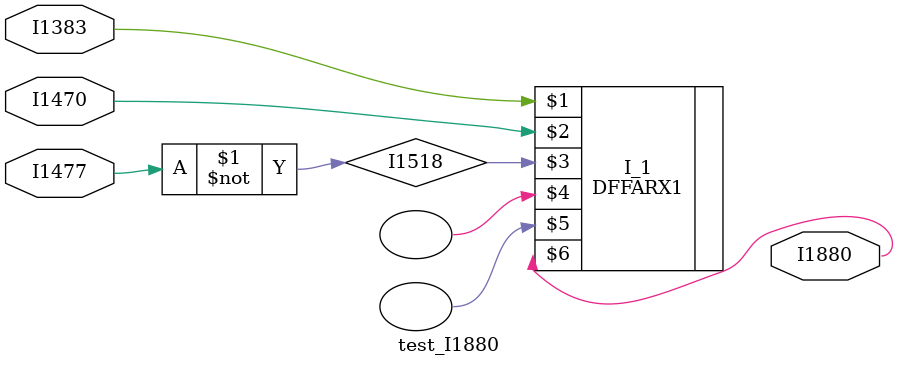
<source format=v>
module test_I1880(I1477,I1470,I1383,I1880);
input I1477,I1470,I1383;
output I1880;
wire I1518;
not I_0(I1518,I1477);
DFFARX1 I_1(I1383,I1470,I1518,,,I1880,);
endmodule



</source>
